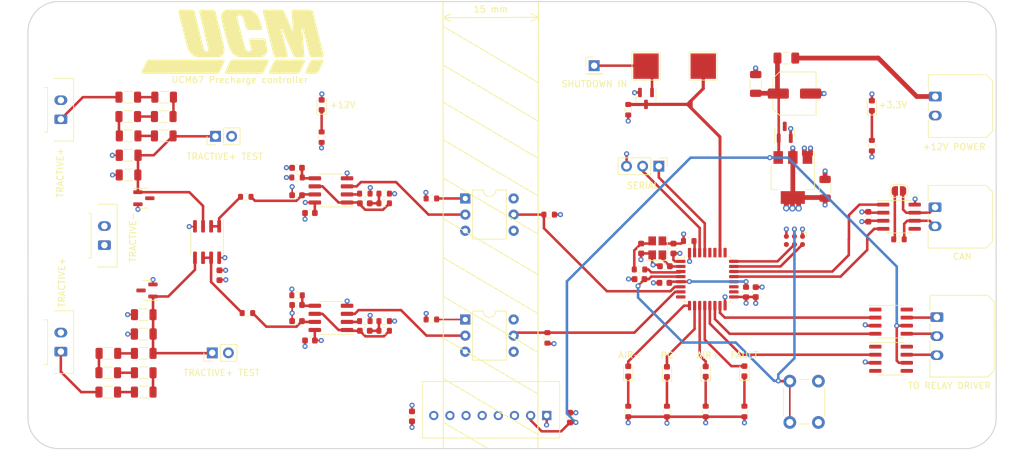
<source format=kicad_pcb>
(kicad_pcb (version 20211014) (generator pcbnew)
  (layers (0 "F.Cu" signal) (1 "In1.Cu" power) (2 "In2.Cu" power) (31 "B.Cu" signal) (34 "B.Paste" user) (35 "F.Paste" user) (36 "B.SilkS" user "B.Silkscreen") (37 "F.SilkS" user "F.Silkscreen") (38 "B.Mask" user) (39 "F.Mask" user) (44 "Edge.Cuts" user))
  (net 0 "")
  (net 1 "+12V")
  (net 2 "GND")
  (net 3 "+12VA")
  (net 4 "GNDA")
  (net 5 "Net-(C6-Pad1)")
  (net 6 "Net-(C7-Pad1)")
  (net 7 "Net-(C9-Pad1)")
  (net 8 "+3V3")
  (net 9 "Net-(C13-Pad1)")
  (net 10 "Net-(C14-Pad1)")
  (net 11 "NRST")
  (net 12 "+3.3VA")
  (net 13 "Net-(D1-Pad1)")
  (net 14 "AIR-_ON")
  (net 15 "Net-(D2-Pad1)")
  (net 16 "PC_ON")
  (net 17 "AIR+_ON")
  (net 18 "Net-(D5-Pad1)")
  (net 19 "Net-(D6-Pad1)")
  (net 20 "Fault")
  (net 21 "Net-(D7-Pad1)")
  (net 22 "Net-(D9-Pad1)")
  (net 23 "Net-(F1-Pad1)")
  (net 24 "Net-(J1-Pad1)")
  (net 27 "Net-(J3-Pad1)")
  (net 29 "SWIO")
  (net 30 "SWCLK")
  (net 31 "Net-(J9-Pad1)")
  (net 32 "EX_RX")
  (net 33 "EX_TX")
  (net 34 "CANL")
  (net 35 "CANH")
  (net 36 "Net-(JP1-Pad1)")
  (net 37 "EN_AIR-")
  (net 38 "EN_AIR+")
  (net 39 "Shutdown_State")
  (net 40 "EN_Precharge")
  (net 41 "Net-(R1-Pad2)")
  (net 42 "Net-(R2-Pad2)")
  (net 43 "Net-(R3-Pad2)")
  (net 44 "Net-(R4-Pad2)")
  (net 45 "Net-(R5-Pad2)")
  (net 46 "Net-(R6-Pad2)")
  (net 47 "Net-(R10-Pad1)")
  (net 48 "Net-(R11-Pad1)")
  (net 49 "Net-(R10-Pad2)")
  (net 50 "Net-(R11-Pad2)")
  (net 51 "Tractive_F(V)")
  (net 52 "Accumulator_F(V)")
  (net 53 "Net-(U3-Pad3)")
  (net 54 "Net-(U4-Pad3)")
  (net 59 "TXCAN")
  (net 60 "RXCAN")
  (net 69 "Net-(C2-Pad1)")
  (net 70 "Net-(C3-Pad1)")
  (net 71 "Net-(C8-Pad1)")
  (net 72 "Net-(C8-Pad2)")
  (net 73 "Net-(C9-Pad2)")
  (net 74 "Net-(C17-Pad1)")
  (net 75 "Net-(C18-Pad1)")
  (net 77 "Net-(R19-Pad1)")
  (net 78 "Net-(R20-Pad1)")
  (net 79 "Net-(R26-Pad2)")
  (net 80 "Net-(R27-Pad2)")
  (net 81 "Net-(R30-Pad1)")
  (net 82 "Net-(R31-Pad1)")
  (net 83 "Net-(R36-Pad1)")
  (net 84 "Net-(R37-Pad2)")
  (net 85 "AIR-")
  (net 86 "AIR+")
  (net 87 "Precharge")
  (footprint "Resistor_SMD:R_1206_3216Metric" (layer "F.Cu") (at 79.439 100.33)
    (fp_text reference "R4" hide)
    (fp_text value "510k")
  )
  (footprint "Resistor_SMD:R_0603_1608Metric" (layer "F.Cu") (at 155.702 55.88 -90)
    (fp_text reference "R39" hide)
    (fp_text value "10k")
  )
  (footprint "Package_SO:SOP-8_3.76x4.96mm_P1.27mm" (layer "F.Cu") (at 108.903 68.58 180)
    (fp_text reference "U3" hide)
    (fp_text value "LM331")
  )
  (footprint "Resistor_SMD:R_0603_1608Metric" (layer "F.Cu") (at 167.894 103.378 90)
    (fp_text reference "R17" hide)
    (fp_text value "1k")
  )
  (footprint "Resistor_SMD:R_0603_1608Metric" (layer "F.Cu") (at 114.237 69.088 180)
    (fp_text reference "R26" hide)
    (fp_text value "12k")
  )
  (footprint "Capacitor_SMD:C_Elec_6.3x7.7" (layer "F.Cu") (at 181.864 53.34)
    (fp_text reference "C10" hide)
    (fp_text value "100u")
  )
  (footprint "Resistor_SMD:R_1206_3216Metric" (layer "F.Cu") (at 82.58825 60)
    (fp_text reference "R13" hide)
    (fp_text value "510k")
  )
  (footprint "Resistor_SMD:R_1206_3216Metric" (layer "F.Cu") (at 79.439 94.234)
    (fp_text reference "R14" hide)
    (fp_text value "510k")
  )
  (footprint "Resistor_SMD:R_0603_1608Metric" (layer "F.Cu") (at 117.285 89.154 180)
    (fp_text reference "R25" hide)
    (fp_text value "47R")
  )
  (footprint "Resistor_SMD:R_1206_3216Metric" (layer "F.Cu") (at 77.00025 56.952 180)
    (fp_text reference "R8" hide)
    (fp_text value "510k")
  )
  (footprint "Capacitor_SMD:C_0603_1608Metric" (layer "F.Cu") (at 121.666 104.14 90)
    (fp_text reference "C4" hide)
    (fp_text value "1u")
  )
  (footprint "Resistor_SMD:R_1206_3216Metric" (layer "F.Cu") (at 77.03925 66.151 180)
    (fp_text reference "R15" hide)
    (fp_text value "39k")
  )
  (footprint "Connector_PinHeader_2.54mm:PinHeader_1x01_P2.54mm_Vertical" (layer "F.Cu") (at 150.3426 48.9458)
    (fp_text reference "J9" hide)
    (fp_text value "SHUTDOWN_IN")
  )
  (footprint "LED_SMD:LED_0603_1608Metric" (layer "F.Cu") (at 107.442 55.118 90)
    (fp_text reference "D7" hide)
    (fp_text value "GREEN")
  )
  (footprint "Package_TO_SOT_SMD:SOT-23" (layer "F.Cu") (at 79.45725 69.813)
    (fp_text reference "D3" hide)
    (fp_text value "BZX84C12")
  )
  (footprint "Button_Switch_THT:SW_PUSH_6mm" (layer "F.Cu") (at 185.638 98.604 -90)
    (fp_text reference "SW1" hide)
    (fp_text value "SW_Push")
  )
  (footprint "Connector_Molex:Molex_Micro-Fit_3.0_43650-0215_1x02_P3.00mm_Vertical" (layer "F.Cu") (at 66.387 93.956 90)
    (fp_text reference "J3" hide)
    (fp_text value "Tractive+")
  )
  (footprint "Resistor_SMD:R_0603_1608Metric" (layer "F.Cu") (at 198.318 76.281)
    (fp_text reference "R40" hide)
    (fp_text value "120R")
  )
  (footprint "Resistor_SMD:R_0603_1608Metric" (layer "F.Cu") (at 117.285 70.612)
    (fp_text reference "R22" hide)
    (fp_text value "100k")
  )
  (footprint "SPAN02:SIP-8" (layer "F.Cu") (at 142.875 104.013 180)
    (fp_text reference "U1" hide)
    (fp_text value "SPAN02")
  )
  (footprint "Connector_Molex:Molex_Micro-Fit_3.0_43650-0215_1x02_P3.00mm_Vertical" (layer "F.Cu") (at 73.245 77.192 90)
    (fp_text reference "J2" hide)
    (fp_text value "Tractive-")
  )
  (footprint "Capacitor_SMD:C_0603_1608Metric" (layer "F.Cu") (at 193.492 72.725 90)
    (fp_text reference "C20" hide)
    (fp_text value "100n")
  )
  (footprint "Connector_Molex:Molex_Micro-Fit_3.0_43650-0200_1x02_P3.00mm_Horizontal" (layer "F.Cu") (at 204 71.225 -90)
    (fp_text reference "J12" hide)
    (fp_text value "CAN")
  )
  (footprint "Capacitor_SMD:C_0603_1608Metric" (layer "F.Cu") (at 157.734 77.724 -90)
    (fp_text reference "C18" hide)
    (fp_text value "10p")
  )
  (footprint "UCM_Logos:UCM_10mm" (layer "F.Cu") (at 93.382117 45.914906)
    (fp_text reference "G***" hide)
    (fp_text value "LOGO" hide)
  )
  (footprint "Package_DIP:DIP-6_W7.62mm" (layer "F.Cu") (at 130.048 69.85)
    (fp_text reference "U6" hide)
    (fp_text value "4N35")
  )
  (footprint "Resistor_SMD:R_1206_3216Metric" (layer "F.Cu") (at 79.439 88.138 180)
    (fp_text reference "R16" hide)
    (fp_text value "39k")
  )
  (footprint "Capacitor_SMD:C_0603_1608Metric" (layer "F.Cu") (at 103.569 89.154 180)
    (fp_text reference "C7" hide)
    (fp_text value "100n")
  )
  (footprint "LED_SMD:LED_0603_1608Metric" (layer "F.Cu") (at 161.798 97.1345 90)
    (fp_text reference "D2" hide)
    (fp_text value "YELLOW")
  )
  (footprint "Inductor_SMD:L_0603_1608Metric" (layer "F.Cu") (at 174.244 84.582 90)
    (fp_text reference "FB1" hide)
    (fp_text value "Bead")
  )
  (footprint "Resistor_SMD:R_1206_3216Metric" (layer "F.Cu") (at 82.58825 56.952 180)
    (fp_text reference "R5" hide)
    (fp_text value "510k")
  )
  (footprint "Package_TO_SOT_SMD:SOT-23" (layer "F.Cu") (at 158.496 54.102 -90)
    (fp_text reference "Q3" hide)
    (fp_text value "2N7002")
  )
  (footprint "Resistor_SMD:R_1206_3216Metric" (layer "F.Cu") (at 73.875 94.234)
    (fp_text reference "R11" hide)
    (fp_text value "510k")
  )
  (footprint "Connector_Molex:Molex_Micro-Fit_3.0_43650-0200_1x02_P3.00mm_Horizontal" (layer "F.Cu") (at 204.03 53.8 -90)
    (fp_text reference "J7" hide)
    (fp_text value "Conn_01x02")
  )
  (footprint "Resistor_SMD:R_0603_1608Metric" (layer "F.Cu") (at 173.99 103.378 90)
    (fp_text reference "R18" hide)
    (fp_text value "1k")
  )
  (footprint "Capacitor_SMD:C_0603_1608Metric" (layer "F.Cu") (at 157.48 82.55 180)
    (fp_text reference "C19" hide)
    (fp_text value "100n")
  )
  (footprint "Capacitor_SMD:C_0603_1608Metric" (layer "F.Cu") (at 114.237 90.678)
    (fp_text reference "C9" hide)
    (fp_text value "1u")
  )
  (footprint "Resistor_SMD:R_0603_1608Metric" (layer "F.Cu") (at 107.442 60.198 90)
    (fp_text reference "R21" hide)
    (fp_text value "1k")
  )
  (footprint "Package_TO_SOT_SMD:SOT-223-3_TabPin2" (layer "F.Cu") (at 181.61 66.548 -90)
    (fp_text reference "U5" hide)
    (fp_text value "AMS1117-3.3")
  )
  (footprint "Resistor_SMD:R_0603_1608Metric" (layer "F.Cu") (at 103.569 85.09 180)
    (fp_text reference "R29" hide)
    (fp_text value "6.8k")
  )
  (footprint "Resistor_SMD:R_1206_3216Metric" (layer "F.Cu") (at 82.64975 53.904)
    (fp_text reference "R3" hide)
    (fp_text value "510k")
  )
  (footprint "Capacitor_SMD:C_0603_1608Metric" (layer "F.Cu") (at 161.4 83.125)
    (fp_text reference "C22" hide)
    (fp_text value "100n")
  )
  (footprint "Package_SO:SOIC-8_3.9x4.9mm_P1.27mm" (layer "F.Cu") (at 89.408 76.708 -90)
    (fp_text reference "U2" hide)
    (fp_text value "LM2904B")
  )
  (footprint "Capacitor_SMD:C_0603_1608Metric" (layer "F.Cu") (at 161.475 80.518 180)
    (fp_text reference "C17" hide)
    (fp_text value "10p")
  )
  (footprint "Connector_PinHeader_2.54mm:PinHeader_1x02_P2.54mm_Vertical" (layer "F.Cu") (at 90.73225 60.063 90)
    (fp_text reference "J5" hide)
    (fp_text value "Tractive+ TEST")
  )
  (footprint "LED_SMD:LED_0603_1608Metric" (layer "F.Cu") (at 155.702 97.0535 90)
    (fp_text reference "D1" hide)
    (fp_text value "GREEN")
  )
  (footprint "Connector_Molex:Molex_Micro-Fit_3.0_43650-0300_1x03_P3.00mm_Horizontal" (layer "F.Cu") (at 204.28 88.525 -90)
    (fp_text reference "J4" hide)
    (fp_text value "To Relay Driver")
  )
  (footprint "Package_TO_SOT_SMD:SOT-23" (layer "F.Cu") (at 180.34 59.436 90)
    (fp_text reference "D8" hide)
    (fp_text value "BZX84C12")
  )
  (footprint "Jumper:SolderJumper-2_P1.3mm_Open_RoundedPad1.0x1.5mm" (layer "F.Cu") (at 198.318 68.661)
    (fp_text reference "JP1" hide)
    (fp_text value "SolderJumper")
  )
  (footprint "Fuse:Fuse_1206_3216Metric" (layer "F.Cu") (at 180.594 47.752 180)
    (fp_text reference "F1" hide)
    (fp_text value "2A 0603")
  )
  (footprint "Capacitor_SMD:C_0603_1608Metric" (layer "F.Cu") (at 105.601 72.136 180)
    (fp_text reference "C11" hide)
    (fp_text value "100n")
  )
  (footprint "LED_SMD:LED_0603_1608Metric" (layer "F.Cu") (at 173.99 97.028 90)
    (fp_text reference "D6" hide)
    (fp_text value "RED")
  )
  (footprint "Connector:Tag-Connect_TC2030-IDC-NL_2x03_P1.27mm_Vertical" (layer "F.Cu") (at 181.864 76.454 180)
    (fp_text reference "J8" hide)
    (fp_text value "UCM_SWD")
  )
  (footprint "Capacitor_SMD:C_0603_1608Metric" (layer "F.Cu") (at 162.814 77.724 90)
    (fp_text reference "C21" hide)
    (fp_text value "100n")
  )
  (footprint "Package_TO_SOT_SMD:SOT-23" (layer "F.Cu") (at 79.947 84.328 180)
    (fp_text reference "D4" hide)
    (fp_text value "BZX84C12")
  )
  (footprint "Resistor_SMD:R_1206_3216Metric" (layer "F.Cu") (at 77.06175 60)
    (fp_text reference "R10" hide)
    (fp_text value "510k")
  )
  (footprint "Resistor_SMD:R_0603_1608Metric" (layer "F.Cu") (at 157.48 81.026 180)
    (fp_text reference "R36" hide)
    (fp_text value "22R")
  )
  (footprint "Resistor_SMD:R_0603_1608Metric" (layer "F.Cu") (at 124.714 69.85 180)
    (fp_text reference "R30" hide)
    (fp_text value "680R")
  )
  (footprint "Resistor_SMD:R_0603_1608Metric" (layer "F.Cu") (at 155.702 103.378 90)
    (fp_text reference "R7" hide)
    (fp_text value "1k")
  )
  (footprint "Capacitor_SMD:C_0603_1608Metric" (layer "F.Cu") (at 103.569 69.342 180)
    (fp_text reference "C6" hide)
    (fp_text value "100n")
  )
  (footprint "Resistor_SMD:R_1206_3216Metric" (layer "F.Cu") (at 73.851 100.33)
    (fp_text reference "R2" hide)
    (fp_text value "510k")
  )
  (footprint "Connector_PinHeader_2.54mm:PinHeader_1x03_P2.54mm_Vertical" (layer "F.Cu") (at 160.513 64.77 -90)
    (fp_text reference "J10" hide)
    (fp_text value "SERIAL")
  )
  (footprint "Resistor_SMD:R_0603_1608Metric" (layer "F.Cu") (at 165.225 76.55)
    (fp_text reference "R37" hide)
    (fp_text value "10k")
  )
  (footprint "Capacitor_SMD:C_0603_1608Metric" (layer "F.Cu") (at 91.3638 81.9297 -90)
    (fp_text reference "C5" hide)
    (fp_text value "100n")
  )
  (footprint "Capacitor_SMD:C_1206_3216Metric" (layer "F.Cu") (at 175.768 51.816 90)
    (fp_text reference "C15" hide)
    (fp_text value "22u")
  )
  (footprint "Connector_Molex:Molex_Micro-Fit_3.0_43650-0215_1x02_P3.00mm_Vertical" (layer "F.Cu") (at 66.387 57.38 90)
    (fp_text reference "J1" hide)
    (fp_text value "Tractive+")
  )
  (footprint "MountingHole:MountingHole_3.2mm_M3" (layer "F.Cu") (at 208.534 43.688)
    (fp_text reference "REF**" hide)
    (fp_text value "MountingHole_3.2mm_M3")
  )
  (footprint "Package_SO:SOIC-8_3.9x4.9mm_P1.27mm" (layer "F.Cu") (at 197.074 95.081)
    (fp_text reference "U11" hide)
    (fp_text value "TC4424")
  )
  (footprint "Resistor_SMD:R_0603_1608Metric" (layer "F.Cu") (at 142.9766 91.7956 -90)
    (fp_text reference "R34" hide)
    (fp_text value "1k")
  )
  (footprint "Resistor_SMD:R_0603_1608Metric" (layer "F.Cu") (at 117.285 90.678)
    (fp_text reference "R23" hide)
    (fp_text value "100k")
  )
  (footprint "Package_QFP:LQFP-32_7x7mm_P0.8mm" (layer "F.Cu") (at 168.148 82.55)
    (fp_text reference "U9" hide)
    (fp_text value "STM32F042K6Tx")
  )
  (footprint "Package_SO:SOIC-8_3.9x4.9mm_P1.27mm" (layer "F.Cu") (at 198.318 72.725)
    (fp_text reference "U8" hide)
    (fp_text value "SN65HVD230")
  )
  (footprint "Resistor_SMD:R_0603_1608Metric" (layer "F.Cu") (at 194.056 61.531 90)
    (fp_text reference "R32" hide)
    (fp_text value "1k")
  )
  (footprint "Resistor_SMD:R_0603_1608Metric" (layer "F.Cu") (at 114.237 89.154 180)
    (fp_text reference "R27" hide)
    (fp_text value "12k")
  )
  (footprint "Resistor_SMD:R_1206_3216Metric" (layer "F.Cu") (at 73.851 97.282 180)
    (fp_text reference "R9" hide)
    (fp_text value "510k")
  )
  (footprint "TestPoint:TestPoint_Pad_4.0x4.0mm" (layer "F.Cu") (at 167.513 49.022)
    (fp_text reference "TP2" hide)
    (fp_text value "Shutdown_State")
  )
  (footprint "Resistor_SMD:R_0603_1608Metric" (layer "F.Cu") (at 103.569 66.548 180)
    (fp_text reference "R28" hide)
    (fp_text value "6.8k")
  )
  (footprint "Connector_PinHeader_2.54mm:PinHeader_1x02_P2.54mm_Vertical" (layer "F.Cu") (at 90.225 94.15 90)
    (fp_text reference "J6" hide)
    (fp_text value "Tractive+ TEST")
  )
  (footprint "Crystal:Crystal_SMD_SeikoEpson_FA238-4Pin_3.2x2.5mm" (layer "F.Cu") (at 160.274 77.625 90)
    (fp_text reference "Y1" hide)
    (fp_text value "16MHz")
  )
  (footprint "Resistor_SMD:R_1206_3216Metric" (layer "F.Cu") (at 77.00025 53.904)
    (fp_text reference "R1" hide)
    (fp_text value "510k")
  )
  (footprint "LED_SMD:LED_0603_1608Metric" (layer "F.Cu") (at 167.894 97.091 90)
    (fp_text reference "D5" hide)
    (fp_text value "GREEN")
  )
  (footprint "Capacitor_SMD:C_0603_1608Metric" (layer "F.Cu") (at 114.237 70.612)
    (fp_text reference "C8" hide)
    (fp_text value "1u")
  )
  (footprint "Resistor_SMD:R_0603_1608Metric" (layer "F.Cu") (at 161.798 103.378 90)
    (fp_text reference "R12" hide)
    (fp_text value "1k")
  )
  (footprint "Resistor_SMD:R_0603_1608Metric" (layer "F.Cu") (at 124.714 88.9 180)
    (fp_text reference "R31" hide)
    (fp_text value "680R")
  )
  (footprint "Capacitor_SMD:C_0603_1608Metric" (layer "F.Cu") (at 146.5326 104.3432 90)
    (fp_text reference "C1" hide)
    (fp_text value "1u")
  )
  (footprint "Resistor_SMD:R_0603_1608Metric" (layer "F.Cu") (at 117.285 69.088 180)
    (fp_text reference "R24" hide)
    (fp_text value "47R")
  )
  (footprint "Capacitor_SMD:C_0603_1608Metric" (layer "F.Cu") (at 175.768 84.582 90)
    (fp_text reference "C23" hide)
    (fp_text value "100n")
  )
  (footprint "Capacitor_SMD:C_1206_3216Metric" (layer "F.Cu") (at 186.69 68.326 90)
    (fp_text reference "C16" hide)
    (fp_text value "1u")
  )
  (footprint "MountingHole:MountingHole_3.2mm_M3" (layer "F.Cu") (at 66.294 104.14)
    (fp_text reference "REF**" hide)
    (fp_text value "MountingHole_3.2mm_M3")
  )
  (footprint "TestPoint:TestPoint_Pad_4.0x4.0mm" (layer "F.Cu") (at 158.496 49.022)
    (fp_text reference "TP1" hide)
    (fp_text value "Shutdown_IN")
  )
  (footprint "Capacitor_SMD:C_0603_1608Metric" (layer "F.Cu") (at 103.569 86.614 180)
    (fp_text reference "C14" hide)
    (fp_text value "10n")
  )
  (footprint "Capacitor_SMD:C_1206_3216Metric" (layer "F.Cu") (at 79.439 91.186 180)
    (fp_text reference "C3" hide)
    (fp_text value "100n")
  )
  (footprint "Resistor_SMD:R_1206_3216Metric" (layer "F.Cu") (at 79.439 97.282 180)
    (fp_text reference "R6" hide)
    (fp_text value "510k")
  )
  (footprint "Package_SO:SOP-8_3.76x4.96mm_P1.27mm" (layer "F.Cu") (at 108.903 88.646 180)
    (fp_text reference "U4" hide)
    (fp_text value "LM331")
  )
  (footprint "Package_SO:SOIC-8_3.9x4.9mm_P1.27mm" (layer "F.Cu") (at 197.074 89.239)
    (fp_text reference "U10" hide)
    (fp_text value "TC4424")
  )
  (footprint "Capacitor_SMD:C_1206_3216Metric" (layer "F.Cu") (at 77.06175 63.048 180)
    (fp_text reference "C2" hide)
    (fp_text value "100n")
  )
  (footprint "Package_DIP:DIP-6_W7.62mm" (layer "F.Cu") (at 130.048 88.9)
    (fp_text reference "U7" hide)
    (fp_text value "4N35")
  )
  (footprint "Resistor_SMD:R_0603_1608Metric" (layer "F.Cu") (at 95.758 87.884)
    (fp_text reference "R20" hide)
    (fp_text value "100k")
  )
  (footprint "Resistor_SMD:R_0603_1608Metric" (layer "F.Cu") (at 95.5025 69.596)
    (fp_text reference "R19" hide)
    (fp_text value "100k")
  )
  (footprint "Resistor_SMD:R_0603_1608Metric" (layer "F.Cu") (at 143.256 72.39)
    (fp_text reference "R33" hide)
    (fp_text value "1k")
  )
  (footprint "LED_SMD:LED_0603_1608Metric" (layer "F.Cu") (at 194.056 55.244 90)
    (fp_text reference "D9" hide)
    (fp_text value "GREEN")
  )
  (footprint "Capacitor_SMD:C_0603_1608Metric" (layer "F.Cu") (at 105.601 92.202 180)
    (fp_text reference "C12" hide)
    (fp_text value "100n")
  )
  (footprint "MountingHole:MountingHole_3.2mm_M3" (layer "F.Cu") (at 208.534 104.14)
    (fp_text reference "REF**" hide)
    (fp_text value "MountingHole_3.2mm_M3")
  )
  (footprint "MountingHole:MountingHole_3.2mm_M3" (layer "F.Cu") (at 66.294 43.942)
    (fp_text reference "REF**" hide)
    (fp_text value "MountingHole_3.2mm_M3")
  )
  (footprint "Capacitor_SMD:C_0603_1608Metric" (layer "F.Cu") (at 103.569 65.024 180)
    (fp_text reference "C13" hide)
    (fp_text value "10n")
  )
  (gr_line (start 126.6 105.0805) (end 133.604 109.22) (layer "F.SilkS") (width 0.15))
  (gr_line (start 126.673 91.8725) (end 141.551 100.6595) (layer "F.SilkS") (width 0.15))
  (gr_line (start 126.6 48.871) (end 141.478 57.658) (layer "F.SilkS") (width 0.15))
  (gr_line (start 126.6 109.22) (end 126.55 38.862) (layer "F.SilkS") (width 0.15))
  (gr_line (start 126.6 79.1725) (end 141.478 87.9595) (layer "F.SilkS") (width 0.15))
  (gr_line (start 126.6 98.2225) (end 141.478 107.0095) (layer "F.SilkS") (width 0.15))
  (gr_line (start 126.6 54.713) (end 141.478 63.5) (layer "F.SilkS") (width 0.15))
  (gr_line (start 126.6 85.2685) (end 141.478 94.0555) (layer "F.SilkS") (width 0.15))
  (gr_line (start 141.478 109.22) (end 141.55 38.862) (layer "F.SilkS") (width 0.15))
  (gr_line (start 126.6 60.6305) (end 141.478 69.4175) (layer "F.SilkS") (width 0.15))
  (gr_line (start 126.6 66.651) (end 141.478 75.438) (layer "F.SilkS") (width 0.15))
  (gr_line (start 126.673 73.0765) (end 141.551 81.8635) (layer "F.SilkS") (width 0.15))
  (gr_line (start 126.6 42.775) (end 141.478 51.562) (layer "F.SilkS") (width 0.15))
  (gr_arc (start 213.62 104.42) (mid 212.286538 107.727292) (end 209.048 109.22) (layer "Edge.Cuts") (width 0.15))
  (gr_line (start 61.208 43.686) (end 61.214 104.648) (layer "Edge.Cuts") (width 0.15))
  (gr_arc (start 208.784 38.86) (mid 212.107867 40.18453) (end 213.61 43.432) (layer "Edge.Cuts") (width 0.15))
  (gr_arc (start 61.208 43.686) (mid 62.53253 40.362133) (end 65.78 38.86) (layer "Edge.Cuts") (width 0.15))
  (gr_line (start 213.62 104.42) (end 213.61 43.432) (layer "Edge.Cuts") (width 0.15))
  (gr_line (start 208.784 38.86) (end 65.78 38.86) (layer "Edge.Cuts") (width 0.15))
  (gr_line (start 66.04 109.22) (end 209.048 109.22) (layer "Edge.Cuts") (width 0.15))
  (gr_arc (start 66.04 109.22) (mid 62.716132 107.895471) (end 61.214 104.648) (layer "Edge.Cuts") (width 0.15))
  (gr_text "UCM67 Precharge controller" (at 94.55 51.175) (layer "F.SilkS") (effects (font (size 1 1))))
  (gr_text "TRACTIVE+" (at 66.548 83.058 90) (layer "F.SilkS") (effects (font (size 1 1))))
  (gr_text "SHUTDOWN IN" (at 150.368 51.816) (layer "F.SilkS") (effects (font (size 1 1))))
  (gr_text "AIR-\n" (at 155.956 94.488) (layer "F.SilkS") (effects (font (size 1 1))))
  (gr_text "AIR+ " (at 168.656 94.525) (layer "F.SilkS") (effects (font (size 1 1))))
  (gr_text "SERIAL" (at 157.988 67.818) (layer "F.SilkS") (effects (font (size 1 1))))
  (gr_text "+12V\n" (at 110.744 55.118) (layer "F.SilkS") (effects (font (size 1 1))))
  (gr_text "PC" (at 161.798 94.55) (layer "F.SilkS") (effects (font (size 1 1))))
  (gr_text "TO RELAY DRIVER" (at 206.248 99.314) (layer "F.SilkS") (effects (font (size 1 1))))
  (gr_text "TRACTIVE+\n" (at 66.294 65.786 90) (layer "F.SilkS") (effects (font (size 1 1))))
  (gr_text "CAN" (at 208.28 78.994) (layer "F.SilkS") (effects (font (size 1 1))))
  (gr_text "TRACTIVE+ TEST" (at 92.202 63.246) (layer "F.SilkS") (effects (font (size 1 1))))
  (gr_text "+12V POWER" (at 207.01 61.722) (layer "F.SilkS") (effects (font (size 1 1))))
  (gr_text "TRACTIVE-\n" (at 77.724 75.946 90) (layer "F.SilkS") (effects (font (size 1 1))))
  (gr_text "+3.3V" (at 197.358 55.118) (layer "F.SilkS") (effects (font (size 1 1))))
  (gr_text "TRACTIVE+ TEST" (at 91.694 97.282) (layer "F.SilkS") (effects (font (size 1 1))))
  (gr_text "FAULT" (at 173.99 94.488) (layer "F.SilkS") (effects (font (size 1 1))))
  (dimension (type aligned) (layer "F.SilkS") (pts (xy 126.55 40.202) (xy 141.55 40.132)) (height 1.2) (gr_text "15 mm" (at 134.05 40.055 0.2673783634) (layer "F.SilkS") (effects (font (size 1 1) (thickness 0.15)))) (format (units 3) (units_format 1) (precision 0)) (style (thickness 0.15) (arrow_length 1.27) (text_position_mode 2) (extension_height 0.58642) (extension_offset 0.5) keep_text_aligned))
  (segment (start 140.335 104.76) (end 140.335 104.013) (width 0.4) (layer "F.Cu") (net 1))
  (segment (start 175.866 53.291) (end 179.2775 53.291) (width 0.75) (layer "F.Cu") (net 1))
  (segment (start 145.1508 106.5) (end 142.075 106.5) (width 0.4) (layer "F.Cu") (net 1))
  (segment (start 179.395 63.3245) (end 179.395 60.3785) (width 0.45) (layer "F.Cu") (net 1))
  (segment (start 146.5326 105.1182) (end 145.1508 106.5) (width 0.4) (layer "F.Cu") (net 1))
  (segment (start 179.2775 53.291) (end 179.3265 53.34) (width 0.75) (layer "F.Cu") (net 1))
  (segment (start 179.283 63.425) (end 179.31 63.398) (width 0.4) (layer "F.Cu") (net 1))
  (segment (start 178 63.425) (end 179.283 63.425) (width 0.4) (layer "F.Cu") (net 1))
  (segment (start 198.316 95.716) (end 199.549 95.716) (width 0.4) (layer "F.Cu") (net 1))
  (segment (start 179.3265 53.34) (end 179.39 53.4035) (width 0.4) (layer "F.Cu") (net 1))
  (segment (start 142.075 106.5) (end 140.335 104.76) (width 0.4) (layer "F.Cu") (net 1))
  (segment (start 197.978 89.874) (end 197.97 89.882) (width 0.4) (layer "F.Cu") (net 1))
  (segment (start 179.194 53.2075) (end 179.3265 53.34) (width 0.75) (layer "F.Cu") (net 1))
  (segment (start 199.549 89.874) (end 197.978 89.874) (width 0.4) (layer "F.Cu") (net 1))
  (segment (start 179.395 60.3785) (end 179.39 60.3735) (width 0.4) (layer "F.Cu") (net 1))
  (segment (start 179.39 53.4035) (end 179.39 60.3735) (width 0.4) (layer "F.Cu") (net 1))
  (segment (start 197.97 95.37) (end 198.316 95.716) (width 0.4) (layer "F.Cu") (net 1))
  (segment (start 179.194 47.752) (end 179.194 53.2075) (width 0.75) (layer "F.Cu") (net 1))
  (segment (start 147.4318 105.1182) (end 146.5326 105.1182) (width 0.4) (layer "F.Cu") (net 1))
  (segment (start 197.97 89.882) (end 197.97 95.37) (width 0.4) (layer "F.Cu") (net 1))
  (segment (start 147.45 105.1) (end 147.4318 105.1182) (width 0.4) (layer "F.Cu") (net 1))
  (segment (start 175.817 53.34) (end 175.866 53.291) (width 0.75) (layer "F.Cu") (net 1))
  (via (at 178 63.425) (size 0.8) (drill 0.4) (layers "F.Cu" "B.Cu") (net 1))
  (via (at 147.45 105.1) (size 0.8) (drill 0.4) (layers "F.Cu" "B.Cu") (net 1))
  (via (at 197.97 89.882) (size 0.8) (drill 0.4) (layers "F.Cu" "B.Cu") (net 1))
  (segment (start 147.45 105.1) (end 146.05 103.7) (width 0.4) (layer "B.Cu") (net 1))
  (segment (start 197.97 80.57) (end 197.97 89.882) (width 0.4) (layer "B.Cu") (net 1))
  (segment (start 146.05 82.9) (end 165.525 63.425) (width 0.4) (layer "B.Cu") (net 1))
  (segment (start 165.525 63.425) (end 178 63.425) (width 0.4) (layer "B.Cu") (net 1))
  (segment (start 146.05 103.7) (end 146.05 82.9) (width 0.4) (layer "B.Cu") (net 1))
  (segment (start 180.825 63.425) (end 197.97 80.57) (width 0.4) (layer "B.Cu") (net 1))
  (segment (start 178 63.425) (end 180.825 63.425) (width 0.4) (layer "B.Cu") (net 1))
  (segment (start 159.149 78.499) (end 159.474 78.824) (width 0.4) (layer "F.Cu") (net 2))
  (segment (start 186.525 53.34) (end 184.4015 53.34) (width 0.75) (layer "F.Cu") (net 2))
  (segment (start 167.894 105.156) (end 167.894 104.203) (width 0.4) (layer "F.Cu") (net 2))
  (segment (start 164.001 76.949) (end 162.814 76.949) (width 0.4) (layer "F.Cu") (net 2))
  (segment (start 173.99 105.156) (end 173.99 104.203) (width 0.4) (layer "F.Cu") (net 2))
  (segment (start 157.7 79.475) (end 157.734 79.441) (width 0.4) (layer "F.Cu") (net 2))
  (segment (start 155.702 105.156) (end 155.702 104.203) (width 0.4) (layer "F.Cu") (net 2))
  (segment (start 165.354 79.756) (end 165.354 78.381) (width 0.4) (layer "F.Cu") (net 2))
  (segment (start 161.074 76.525) (end 161.498 76.949) (width 0.4) (layer "F.Cu") (net 2))
  (segment (start 157.734 79.441) (end 157.734 78.499) (width 0.4) (layer "F.Cu") (net 2))
  (segment (start 159.675 83.125) (end 160.625 83.125) (width 0.4) (layer "F.Cu") (net 2))
  (segment (start 164.425 76.525) (end 164.001 76.949) (width 0.4) (layer "F.Cu") (net 2))
  (segment (start 155.45 64.753) (end 155.433 64.77) (width 0.4) (layer "F.Cu") (net 2))
  (segment (start 183.425 62.913) (end 183.91 63.398) (width 0.75) (layer "F.Cu") (net 2))
  (segment (start 193.137 95.716) (end 193.01 95.589) (width 0.4) (layer "F.Cu") (net 2))
  (segment (start 147.45 103.575) (end 147.4432 103.5682) (width 0.4) (layer "F.Cu") (net 2))
  (segment (start 193.632 72.09) (end 193.492 71.95) (width 0.4) (layer "F.Cu") (net 2))
  (segment (start 147.4432 103.5682) (end 146.5326 103.5682) (width 0.4) (layer "F.Cu") (net 2))
  (segment (start 186.69 65.532) (end 186.69 66.851) (width 0.75) (layer "F.Cu") (net 2))
  (segment (start 176.775 83.8) (end 176.768 83.807) (width 0.4) (layer "F.Cu") (net 2))
  (segment (start 157.734 78.499) (end 159.149 78.499) (width 0.4) (layer "F.Cu") (net 2))
  (segment (start 175.75 49.325) (end 175.768 49.343) (width 0.75) (layer "F.Cu") (net 2))
  (segment (start 155.702 104.203) (end 173.99 104.203) (width 0.4) (layer "F.Cu") (net 2))
  (segment (start 165.354 78.381) (end 165.348 78.375) (width 0.4) (layer "F.Cu") (net 2))
  (segment (start 155.75 82.525) (end 155.775 82.55) (width 0.4) (layer "F.Cu") (net 2))
  (segment (start 194.056 63.309) (end 194.056 62.356) (width 0.4) (layer "F.Cu") (net 2))
  (segment (start 160.551 80.3) (end 160.769 80.518) (width 0.4) (layer "F.Cu") (net 2))
  (segment (start 159.474 78.824) (end 159.474 80.174) (width 0.4) (layer "F.Cu") (net 2))
  (segment (start 200.858 69.931) (end 200.858 70.755) (width 0.4) (layer "F.Cu") (net 2))
  (segment (start 176.768 83.807) (end 175.768 83.807) (width 0.4) (layer "F.Cu") (net 2))
  (segment (start 170.942 86.719) (end 170.948 86.725) (width 0.4) (layer "F.Cu") (net 2))
  (segment (start 180.594 75.819) (end 180.594 74.676) (width 0.4) (layer "F.Cu") (net 2))
  (segment (start 161.498 76.949) (end 162.814 76.949) (width 0.4) (layer "F.Cu") (net 2))
  (segment (start 155.45 62.825) (end 155.45 64.753) (width 0.4) (layer "F.Cu") (net 2))
  (segment (start 175.768 49.343) (end 175.768 50.341) (width 0.75) (layer "F.Cu") (net 2))
  (segment (start 181.275 58.85) (end 181.275 60.3585) (width 0.45) (layer "F.Cu") (net 2))
  (segment (start 193.479 71.963) (end 193.492 71.95) (width 0.4) (layer "F.Cu") (net 2))
  (segment (start 192.476 71.963) (end 193.479 71.963) (width 0.4) (layer "F.Cu") (net 2))
  (segment (start 164.425 75.45) (end 164.425 76.525) (width 0.4) (layer "F.Cu") (net 2))
  (segment (start 195.843 72.09) (end 193.632 72.09) (width 0.4) (layer "F.Cu") (net 2))
  (segment (start 170.942 85.344) (end 170.942 86.719) (width 0.4) (layer "F.Cu") (net 2))
  (segment (start 184.4 61.925) (end 184.4 62.908) (width 0.75) (layer "F.Cu") (net 2))
  (segment (start 194.599 95.716) (end 193.137 95.716) (width 0.4) (layer "F.Cu") (net 2))
  (segment (start 156.7 53.2) (end 156.7355 53.1645) (width 0.4) (layer "F.Cu") (net 2))
  (segment (start 155.775 82.55) (end 156.705 82.55) (width 0.4) (layer "F.Cu") (net 2))
  (segment (start 183.425 61.925) (end 183.425 62.913) (width 0.75) (layer "F.Cu") (net 2))
  (segment (start 159.474 80.174) (end 159.6 80.3) (width 0.4) (layer "F.Cu") (net 2))
  (segment (start 156.7355 53.1645) (end 157.546 53.1645) (width 0.4) (layer "F.Cu") (net 2))
  (segment (start 184.4 62.908) (end 183.91 63.398) (width 0.75) (layer "F.Cu") (net 2))
  (segment (start 142.85 105.5) (end 142.875 105.475) (width 0.4) (layer "F.Cu") (net 2))
  (segment (start 200.858 70.755) (end 200.793 70.82) (width 0.4) (layer "F.Cu") (net 2))
  (segment (start 161.798 105.219) (end 161.798 104.203) (width 0.4) (layer "F.Cu") (net 2))
  (segment (start 159.6 80.3) (end 160.551 80.3) (width 0.4) (layer "F.Cu") (net 2))
  (segment (start 193.137 89.874) (end 194.599 89.874) (width 0.4) (layer "F.Cu") (net 2))
  (segment (start 193.01 89.747) (end 193.137 89.874) (width 0.4) (layer "F.Cu") (net 2))
  (segment (start 142.875 105.475) (end 142.875 104.013) (width 0.4) (layer "F.Cu") (net 2))
  (via (at 192.476 71.963) (size 0.8) (drill 0.4) (layers "F.Cu" "B.Cu") (net 2))
  (via (at 175.75 49.325) (size 0.8) (drill 0.4) (layers "F.Cu" "B.Cu") (net 2))
  (via (at 173.99 105.156) (size 0.8) (drill 0.4) (layers "F.Cu" "B.Cu") (net 2))
  (via (at 184.4 61.925) (size 0.8) (drill 0.4) (layers "F.Cu" "B.Cu") (net 2))
  (via (at 164.425 75.45) (size 0.8) (drill 0.4) (layers "F.Cu" "B.Cu") (net 2))
  (via (at 159.6 80.3) (size 0.8) (drill 0.4) (layers "F.Cu" "B.Cu") (net 2))
  (via (at 186.69 65.532) (size 0.8) (drill 0.4) (layers "F.Cu" "B.Cu") (net 2))
  (via (at 156.7 53.2) (size 0.8) (drill 0.4) (layers "F.Cu" "B.Cu") (net 2))
  (via (at 165.354 79.756) (size 0.8) (drill 0.4) (layers "F.Cu" "B.Cu") (net 2))
  (via (at 155.75 82.525) (size 0.8) (drill 0.4) (layers "F.Cu" "B.Cu") (net 2))
  (via (at 167.894 105.156) (size 0.8) (drill 0.4) (layers "F.Cu" "B.Cu") (net 2))
  (via (at 170.942 85.344) (size 0.8) (drill 0.4) (layers "F.Cu" "B.Cu") (net 2))
  (via (at 186.525 53.34) (size 0.8) (drill 0.4) (layers "F.Cu" "B.Cu") (net 2))
  (via (at 193.01 89.747) (size 0.8) (drill 0.4) (layers "F.Cu" "B.Cu") (net 2))
  (via (at 180.594 74.676) (size 0.8) (drill 0.4) (layers "F.Cu" "B.Cu") (net 2))
  (via (at 176.775 83.8) (size 0.8) (drill 0.4) (layers "F.Cu" "B.Cu") (net 2))
  (via (at 159.675 83.125) (size 0.8) (drill 0.4) (layers "F.Cu" "B.Cu") (net 2))
  (via (at 147.45 103.575) (size 0.8) (drill 0.4) (layers "F.Cu" "B.Cu") (net 2))
  (via (at 155.702 105.156) (size 0.8) (drill 0.4) (layers "F.Cu" "B.Cu") (net 2))
  (via (at 157.7 79.475) (size 0.8) (drill 0.4) (layers "F.Cu" "B.Cu") (net 2))
  (via (at 183.425 61.925) (size 0.8) (drill 0.4) (layers "F.Cu" "B.Cu") (net 2))
  (via (at 194.056 63.309) (size 0.8) (drill 0.4) (layers "F.Cu" "B.Cu") (net 2))
  (via (at 155.45 62.825) (size 0.8) (drill 0.4) (layers "F.Cu" "B.Cu") (net 2))
  (via (at 181.275 58.85) (size 0.8) (drill 0.4) (layers "F.Cu" "B.Cu") (net 2))
  (via (at 142.85 105.5) (size 0.8) (drill 0.4) (layers "F.Cu" "B.Cu") (net 2))
  (via (at 161.798 105.219) (size 0.8) (drill 0.4) (layers "F.Cu" "B.Cu") (net 2))
  (via (at 193.01 95.589) (size 0.8) (drill 0.4) (layers "F.Cu" "B.Cu") (net 2))
  (via (at 200.858 69.931) (size 0.8) (drill 0.4) (layers "F.Cu" "B.Cu") (net 2))
  (segment (start 107.375 92.2) (end 106.378 92.2) (width 0.25) (layer "F.Cu") (net 3))
  (segment (start 121.666 105.866) (end 121.666 104.915) (width 0.4) (layer "F.Cu") (net 3))
  (segment (start 107.442 53.433) (end 107.475 53.4) (width 0.25) (layer "F.Cu") (net 3))
  (segment (start 106.3655 90.551) (end 106.3655 92.1915) (width 0.4) (layer "F.Cu") (net 3))
  (segment (start 102.742 66.55) (end 102.744 66.548) (width 0.25) (layer "F.Cu") (net 3))
  (segment (start 123.9 87.95) (end 123.9 88.889) (width 0.25) (layer "F.Cu") (net 3))
  (segment (start 106.378 92.2) (end 106.376 92.202) (width 0.25) (layer "F.Cu") (net 3))
  (segment (start 101.9 66.55) (end 102.742 66.55) (width 0.25) (layer "F.Cu") (net 3))
  (segment (start 107.442 54.3305) (end 107.442 53.433) (width 0.25) (layer "F.Cu") (net 3))
  (segment (start 106.3655 70.485) (end 106.3655 72.1255) (width 0.4) (layer "F.Cu") (net 3))
  (segment (start 121.675 105.875) (end 121.666 105.866) (width 0.4) (layer "F.Cu") (net 3))
  (segment (start 92.325 81.15) (end 92.3203 81.1547) (width 0.25) (layer "F.Cu") (net 3))
  (segment (start 123.9 88.889) (end 123.889 88.9) (width 0.25) (layer "F.Cu") (net 3))
  (segment (start 106.3655 92.1915) (end 106.376 92.202) (width 0.4) (layer "F.Cu") (net 3))
  (segment (start 92.3203 81.1547) (end 91.3638 81.1547) (width 0.25) (layer "F.Cu") (net 3))
  (segment (start 91.321 79.175) (end 91.313 79.183) (width 0.25) (layer "F.Cu") (net 3))
  (segment (start 106.3555 70.475) (end 106.3655 70.485) (width 0.25) (layer "F.Cu") (net 3))
  (segment (start 106.3655 72.1255) (end 106.376 72.136) (width 0.4) (layer "F.Cu") (net 3))
  (segment (start 123.85 68.9) (end 123.85 69.811) (width 0.25) (layer "F.Cu") (net 3))
  (segment (start 102.75 84.125) (end 102.75 85.084) (width 0.25) (layer "F.Cu") (net 3))
  (segment (start 104.875 70.475) (end 106.3555 70.475) (width 0.25) (layer "F.Cu") (net 3))
  (segment (start 92.2 79.175) (end 91.321 79.175) (width 0.25) (layer "F.Cu") (net 3))
  (segment (start 123.85 69.811) (end 123.889 69.85) (width 0.25) (layer "F.Cu") (net 3))
  (segment (start 102.75 85.084) (end 102.744 85.09) (width 0.25) (layer "F.Cu") (net 3))
  (via (at 107.375 92.2) (size 0.8) (drill 0.4) (layers "F.Cu" "B.Cu") (net 3))
  (via (at 104.875 70.475) (size 0.8) (drill 0.4) (layers "F.Cu" "B.Cu") (net 3))
  (via (at 121.675 105.875) (size 0.8) (drill 0.4) (layers "F.Cu" "B.Cu") (net 3))
  (via (at 101.9 66.55) (size 0.8) (drill 0.4) (layers "F.Cu" "B.Cu") (net 3))
  (via (at 92.325 81.15) (size 0.8) (drill 0.4) (layers "F.Cu" "B.Cu") (net 3))
  (via (at 102.75 84.125) (size 0.8) (drill 0.4) (layers "F.Cu" "B.Cu") (net 3))
  (via (at 107.475 53.4) (size 0.8) (drill 0.4) (layers "F.Cu" "B.Cu") (net 3))
  (via (at 92.2 79.175) (size 0.8) (drill 0.4) (layers "F.Cu" "B.Cu") (net 3))
  (via (at 123.9 87.95) (size 0.8) (drill 0.4) (layers "F.Cu" "B.Cu") (net 3))
  (via (at 123.85 68.9) (size 0.8) (drill 0.4) (layers "F.Cu" "B.Cu") (net 3))
  (segment (start 118.122 69.1) (end 118.11 69.088) (width 0.25) (layer "F.Cu") (net 4))
  (segment (start 111.45 86) (end 111.45 86.7315) (width 0.25) (layer "F.Cu") (net 4))
  (segment (start 121.666 102.409) (end 121.675 102.4) (width 0.25) (layer "F.Cu") (net 4))
  (segment (start 80.9 82.625) (end 80.9 83.3625) (width 0.25) (layer "F.Cu") (net 4))
  (segment (start 118.925 89.15) (end 118.114 89.15) (width 0.25) (layer "F.Cu") (net 4))
  (segment (start 80.9 83.3625) (end 80.8845 83.378) (width 0.25) (layer "F.Cu") (net 4))
  (segment (start 87.461 74.275) (end 87.503 74.233) (width 0.25) (layer "F.Cu") (net 4))
  (segment (start 107.425 61.875) (end 107.425 61.04) (width 0.25) (layer "F.Cu") (net 4))
  (segment (start 102.794 86.614) (end 102.794 87.894) (width 0.25) (layer "F.Cu") (net 4))
  (segment (start 111.45 86.7315) (end 111.4405 86.741) (width 0.25) (layer "F.Cu") (net 4))
  (segment (start 92.35 82.65) (end 91.4185 82.65) (width 0.25) (layer "F.Cu") (net 4))
  (segment (start 107.425 61.04) (end 107.442 61.023) (width 0.25) (layer "F.Cu") (net 4))
  (segment (start 102.794 89.154) (end 102.794 87.906) (width 0.25) (layer "F.Cu") (net 4))
  (segment (start 78.525 71.55) (end 78.525 70.76825) (width 0.25) (layer "F.Cu") (net 4))
  (segment (start 115.075 88.25) (end 115.075 89.141) (width 0.25) (layer "F.Cu") (net 4))
  (segment (start 102.794 87.894) (end 102.8 87.9) (width 0.25) (layer "F.Cu") (net 4))
  (segment (start 76.939 91.186) (end 77.964 91.186) (width 0.25) (layer "F.Cu") (net 4))
  (segment (start 74.526 66.151) (end 74.525 66.15) (width 0.25) (layer "F.Cu") (net 4))
  (segment (start 91.4185 82.65) (end 91.3638 82.7047) (width 0.25) (layer "F.Cu") (net 4))
  (segment (start 115.1 68.15) (end 115.1 69.05) (width 0.25) (layer "F.Cu") (net 4))
  (segment (start 75.58475 63.05) (end 75.58675 63.048) (width 0.25) (layer "F.Cu") (net 4))
  (segment (start 77.9635 88.125) (end 77.9765 88.138) (width 0.25) (layer "F.Cu") (net 4))
  (segment (start 111.45 65.85) (end 111.4405 65.8595) (width 0.25) (layer "F.Cu") (net 4))
  (segment (start 118.925 69.1) (end 118.122 69.1) (width 0.25) (layer "F.Cu") (net 4))
  (segment (start 111.4405 65.8595) (end 111.4405 66.675) (width 0.25) (layer "F.Cu") (net 4))
  (segment (start 76.9 88.125) (end 77.9635 88.125) (width 0.25) (layer "F.Cu") (net 4))
  (segment (start 121.666 103.365) (end 121.666 102.409) (width 0.25) (layer "F.Cu") (net 4))
  (segment (start 102.8 68) (end 102.8 69.336) (width 0.25) (layer "F.Cu") (net 4))
  (segment (start 74.5 63.05) (end 75.58475 63.05) (width 0.25) (layer "F.Cu") (net 4))
  (segment (start 101.9 65) (end 102.77 65) (width 0.25) (layer "F.Cu") (net 4))
  (segment (start 102.77 65) (end 102.794 65.024) (width 0.25) (layer "F.Cu") (net 4))
  (segment (start 118.114 89.15) (end 118.11 89.154) (width 0.25) (layer "F.Cu") (net 4))
  (segment (start 115.075 89.141) (end 115.062 89.154) (width 0.25) (layer "F.Cu") (net 4))
  (segment (start 104.825 92.203) (end 104.826 92.202) (width 0.25) (layer "F.Cu") (net 4))
  (segment (start 86.6 74.275) (end 87.461 74.275) (width 0.25) (layer "F.Cu") (net 4))
  (segment (start 76.925 91.2) (end 76.939 91.186) (width 0.25) (layer "F.Cu") (net 4))
  (segment (start 78.525 70.76825) (end 78.51975 70.763) (width 0.25) (layer "F.Cu") (net 4))
  (segment (start 75.57675 66.151) (end 74.526 66.151) (width 0.25) (layer "F.Cu") (net 4))
  (segment (start 115.1 69.05) (end 115.062 69.088) (width 0.25) (layer "F.Cu") (net 4))
  (segment (start 104.825 93.125) (end 104.825 92.203) (width 0.25) (layer "F.Cu") (net 4))
  (segment (start 102.8 69.336) (end 102.794 69.342) (width 0.25) (layer "F.Cu") (net 4))
  (segment (start 104.825 72.137) (end 104.826 72.136) (width 0.25) (layer "F.Cu") (net 4))
  (segment (start 102.794 87.906) (end 102.8 87.9) (width 0.25) (layer "F.Cu") (net 4))
  (segment (start 104.825 73.1) (end 104.825 72.137) (width 0.25) (layer "F.Cu") (net 4))
  (via (at 92.35 82.65) (size 0.8) (drill 0.4) (layers "F.Cu" "B.Cu") (net 4))
  (via (at 74.5 63.05) (size 0.8) (drill 0.4) (layers "F.Cu" "B.Cu") (net 4))
  (via (at 118.925 69.1) (size 0.8) (drill 0.4) (layers "F.Cu" "B.Cu") (net 4))
  (via (at 102.8 68) (size 0.8) (drill 0.4) (layers "F.Cu" "B.Cu") (net 4))
  (via (at 111.45 86) (size 0.8) (drill 0.4) (layers "F.Cu" "B.Cu") (net 4))
  (via (at 107.425 61.875) (size 0.8) (drill 0.4) (layers "F.Cu" "B.Cu") (net 4))
  (via (at 104.825 93.125) (size 0.8) (drill 0.4) (layers "F.Cu" "B.Cu") (net 4))
  (via (at 121.675 102.4) (size 0.8) (drill 0.4) (layers "F.Cu" "B.Cu") (net 4))
  (via (at 118.925 89.15) (size 0.8) (drill 0.4) (layers "F.Cu" "B.Cu") (net 4))
  (via (at 111.45 65.85) (size 0.8) (drill 0.4) (layers "F.Cu" "B.Cu") (net 4))
  (via (at 86.6 74.275) (size 0.8) (drill 0.4) (layers "F.Cu" "B.Cu") (net 4))
  (via (at 104.825 73.1) (size 0.8) (drill 0.4) (layers "F.Cu" "B.Cu") (net 4))
  (via (at 80.9 82.625) (size 0.8) (drill 0.4) (layers "F.Cu" "B.Cu") (net 4))
  (via (at 78.525 71.55) (size 0.8) (drill 0.4) (layers "F.Cu" "B.Cu") (net 4))
  (via (at 76.925 91.2) (size 0.8) (drill 0.4) (layers "F.Cu" "B.Cu") (net 4))
  (via (at 101.9 65) (size 0.8) (drill 0.4) (layers "F.Cu" "B.Cu") (net 4))
  (via (at 76.9 88.125) (size 0.8) (drill 0.4) (layers "F.Cu" "B.Cu") (net 4))
  (via (at 115.1 68.15) (size 0.8) (drill 0.4) (layers "F.Cu" "B.Cu") (net 4))
  (via (at 102.8 87.9) (size 0.8) (drill 0.4) (layers "F.Cu" "B.Cu") (net 4))
  (via (at 115.075 88.25) (size 0.8) (drill 0.4) (layers "F.Cu" "B.Cu") (net 4))
  (via (at 74.525 66.15) (size 0.8) (drill 0.4) (layers "F.Cu" "B.Cu") (net 4))
  (segment (start 104.344 69.342) (end 104.471 69.215) (width 0.4) (layer "F.Cu") (net 5))
  (segment (start 103.46948 70.21652) (end 104.344 69.342) (width 0.4) (layer "F.Cu") (net 5))
  (segment (start 96.94802 70.21652) (end 103.46948 70.21652) (width 0.4) (layer "F.Cu") (net 5))
  (segment (start 104.471 69.215) (end 106.3655 69.215) (width 0.4) (layer "F.Cu") (net 5))
  (segment (start 96.3275 69.596) (end 96.94802 70.21652) (width 0.4) (layer "F.Cu") (net 5))
  (segment (start 104.344 89.154) (end 103.46948 90.02852) (width 0.4) (layer "F.Cu") (net 6))
  (segment (start 104.471 89.281) (end 104.344 89.154) (width 0.4) (layer "F.Cu") (net 6))
  (segment (start 98.72752 90.02852) (end 96.583 87.884) (width 0.4) (layer "F.Cu") (net 6))
  (segment (start 106.3655 89.281) (end 104.471 89.281) (width 0.4) (layer "F.Cu") (net 6))
  (segment (start 103.46948 90.02852) (end 98.72752 90.02852) (width 0.4) (layer "F.Cu") (net 6))
  (segment (start 106.3655 88.011) (end 107.569 88.011) (width 0.4) (layer "F.Cu") (net 7))
  (segment (start 118.11 90.678) (end 117.23548 91.55252) (width 0.4) (layer "F.Cu") (net 7))
  (segment (start 107.569 88.011) (end 110.109 90.551) (width 0.4) (layer "F.Cu") (net 7))
  (segment (start 114.33652 91.55252) (end 113.462 90.678) (width 0.4) (layer "F.Cu") (net 7))
  (segment (start 117.23548 91.55252) (end 114.33652 91.55252) (width 0.4) (layer "F.Cu") (net 7))
  (segment (start 111.5675 90.678) (end 111.4405 90.551) (width 0.4) (layer "F.Cu") (net 7))
  (segment (start 110.109 90.551) (end 111.4405 90.551) (width 0.4) (layer "F.Cu") (net 7))
  (segment (start 113.462 90.678) (end 111.5675 90.678) (width 0.4) (layer "F.Cu") (net 7))
  (segment (start 182.525 70.613) (end 181.61 69.698) (width 0.75) (layer "F.Cu") (net 8))
  (segment (start 175.768 85.357) (end 175.768 86.35) (width 0.4) (layer "F.Cu") (net 8))
  (segment (start 183.134 75.819) (end 183.134 74.676) (width 0.4) (layer "F.Cu") (net 8))
  (segment (start 181.61 69.698) (end 186.587 69.698) (width 0.75) (layer "F.Cu") (net 8))
  (segment (start 181.61 63.398) (end 181.61 69.698) (width 0.75) (layer "F.Cu") (net 8))
  (segment (start 174.244 86.319) (end 174.25 86.325) (width 0.4) (layer "F.Cu") (net 8))
  (segment (start 193.632 73.36) (end 193.492 73.5) (width 0.4) (layer "F.Cu") (net 8))
  (segment (start 193.492 73.5) (end 192.489 73.5) (width 0.4) (layer "F.Cu") (net 8))
  (segment (start 163.83 78.486) (end 162.827 78.486) (width 0.4) (layer "F.Cu") (net 8))
  (segment (start 155.702 57.658) (end 155.702 56.705) (width 0.4) (layer "F.Cu") (net 8))
  (segment (start 192.489 73.5) (end 192.476 73.487) (width 0.4) (layer "F.Cu") (net 8))
  (segment (start 143.066 92.71) (end 142.9766 92.6206) (width 0.4) (layer "F.Cu") (net 8))
  (segment (start 163.05 79.75) (end 162.814 79.514) (width 0.4) (layer "F.Cu") (net 8))
  (segment (start 144.018 92.71) (end 143.066 92.71) (width 0.4) (layer "F.Cu") (net 8))
  (segment (start 175.768 85.357) (end 175.761 85.35) (width 0.4) (layer "F.Cu") (net 8))
  (segment (start 162.814 79.514) (end 162.814 78.499) (width 0.4) (layer "F.Cu") (net 8))
  (segment (start 181.55 69.758) (end 181.61 69.698) (width 0.75) (layer "F.Cu") (net 8))
  (segment (start 175.761 85.35) (end 172.323 85.35) (width 0.4) (layer "F.Cu") (net 8))
  (segment (start 181.61 61.91) (end 181.61 63.398) (width 0.75) (layer "F.Cu") (net 8))
  (segment (start 195.843 73.36) (end 193.632 73.36) (width 0.4) (layer "F.Cu") (net 8))
  (segment (start 194.056 53.403) (end 194.056 54.4565) (width 0.4) (layer "F.Cu") (net 8))
  (segment (start 186.69 70.866) (end 186.69 69.801) (width 0.75) (layer "F.Cu") (net 8))
  (segment (start 181.6 61.9) (end 181.61 61.91) (width 0.75) (layer "F.Cu") (net 8))
  (segment (start 180.575 71.375) (end 180.575 70.733) (width 0.75) (layer "F.Cu") (net 8))
  (segment (start 174.244 85.3695) (end 174.244 86.319) (width 0.4) (layer "F.Cu") (net 8))
  (segment (start 182.525 71.4) (end 182.525 70.613) (width 0.75) (layer "F.Cu") (net 8))
  (segment (start 145.034 72.39) (end 144.081 72.39) (width 0.4) (layer "F.Cu") (net 8))
  (segment (start 186.587 69.698) (end 186.69 69.801) (width 0.75) (layer "F.Cu") (net 8))
  (segment (start 180.575 70.733) (end 181.61 69.698) (width 0.75) (layer "F.Cu") (net 8))
  (segment (start 163.973 79.75) (end 163.05 79.75) (width 0.4) (layer "F.Cu") (net 8))
  (segment (start 181.55 71.4) (end 181.55 69.758) (width 0.75) (layer "F.Cu") (net 8))
  (segment (start 162.827 78.486) (end 162.814 78.499) (width 0.4) (layer "F.Cu") (net 8))
  (via (at 180.575 71.375) (size 1) (drill 0.6) (layers "F.Cu" "B.Cu") (net 8))
  (via (at 181.55 71.4) (size 1) (drill 0.6) (layers "F.Cu" "B.Cu") (net 8))
  (via (at 181.6 61.9) (size 0.8) (drill 0.4) (layers "F.Cu" "B.Cu") (net 8))
  (via (at 174.25 86.325) (size 0.8) (drill 0.4) (layers "F.Cu" "B.Cu") (net 8))
  (via (at 175.768 86.35) (size 0.8) (drill 0.4) (layers "F.Cu" "B.Cu") (net 8))
  (via (at 183.134 74.676) (size 0.8) (drill 0.4) (layers "F.Cu" "B.Cu") (net 8))
  (via (at 144.018 92.71) (size 0.8) (drill 0.4) (layers "F.Cu" "B.Cu") (net 8))
  (via (at 145.034 72.39) (size 0.8) (drill 0.4) (layers "F.Cu" "B.Cu") (net 8))
  (via (at 194.056 53.403) (size 0.8) (drill 0.4) (layers "F.Cu" "B.Cu") (net 8))
  (via (at 192.476 73.487) (size 0.8) (drill 0.4) (layers "F.Cu" "B.Cu") (net 8))
  (via (at 182.525 71.4) (size 1) (drill 0.6) (layers "F.Cu" "B.Cu") (net 8))
  (via (at 186.69 70.866) (size 0.8) (drill 0.4) (layers "F.Cu" "B.Cu") (net 8))
  (via (at 163.83 78.486) (size 0.8) (drill 0.4) (layers "F.Cu" "B.Cu") (net 8))
  (via (at 155.702 57.658) (size 0.8) (drill 0.4) (layers "F.Cu" "B.Cu") (net 8))
  (segment (start 104.521 66.675) (end 106.3655 66.675) (width 0.4) (layer "F.Cu") (net 9))
  (segment (start 104.394 66.548) (end 104.521 66.675) (width 0.4) (layer "F.Cu") (net 9))
  (segment (start 104.344 66.498) (end 104.394 66.548) (width 0.4) (layer "F.Cu") (net 9))
  (segment (start 104.344 65.024) (end 104.344 66.498) (width 0.4) (layer "F.Cu") (net 9))
  (segment (start 104.394 85.09) (end 104.394 86.564) (width 0.4) (layer "F.Cu") (net 10))
  (segment (start 104.394 86.564) (end 104.344 86.614) (width 0.4) (layer "F.Cu") (net 10))
  (segment (start 104.471 86.741) (end 106.3655 86.741) (width 0.4) (layer "F.Cu") (net 10))
  (segment (start 104.344 86.614) (end 104.471 86.741) (width 0.4) (layer "F.Cu") (net 10))
  (segment (start 158.925 82.55) (end 159.325 82.15) (width 0.4) (layer "F.Cu") (net 11))
  (segment (start 157.25 83.555) (end 158.255 82.55) (width 0.4) (layer "F.Cu") (net 11))
  (segment (start 181.864 74.676) (end 181.864 75.819) (width 0.4) (layer "F.Cu") (net 11))
  (segment (start 158.255 82.55) (end 158.925 82.55) (width 0.4) (layer "F.Cu") (net 11))
  (segment (start 159.325 82.15) (end 163.973 82.15) (width 0.4) (layer "F.Cu") (net 11))
  (segment (start 157.25 83.625) (end 157.25 83.555) (width 0.4) (layer "F.Cu") (net 11))
  (segment (start 179.376 98.604) (end 181.138 98.604) (width 0.4) (layer "F.Cu") (net 11))
  (segment (start 181.138 105.104) (end 181.138 98.604) (width 0.25) (layer "F.Cu") (net 11))
  (segment (start 179.324 98.552) (end 179.376 98.604) (width 0.4) (layer "F.Cu") (net 11))
  (via (at 179.324 98.552) (size 0.8) (drill 0.4) (layers "F.Cu" "B.Cu") (net 11))
  (via (at 181.864 74.676) (size 0.8) (drill 0.4) (layers "F.Cu" "B.Cu") (net 11))
  (via (at 157.25 83.625) (size 0.8) (drill 0.4) (layers "F.Cu" "B.Cu") (net 11))
  (segment (start 157.25 83.625) (end 157.25 85.45) (width 0.4) (layer "B.Cu") (net 11))
  (segment (start 157.25 85.45) (end 164.325 92.525) (width 0.4) (layer "B.Cu") (net 11))
  (segment (start 164.325 92.525) (end 172.625 92.525) (width 0.4) (layer "B.Cu") (net 11))
  (segment (start 179.324 98.552) (end 179.324 97.536) (width 0.4) (layer "B.Cu") (net 11))
  (segment (start 178.652 98.552) (end 179.324 98.552) (width 0.4) (layer "B.Cu") (net 11))
  (segment (start 181.864 94.996) (end 181.864 74.676) (width 0.4) (layer "B.Cu") (net 11))
  (segment (start 179.324 97.536) (end 181.864 94.996) (width 0.4) (layer "B.Cu") (net 11))
  (segment (start 172.625 92.525) (end 178.652 98.552) (width 0.4) (layer "B.Cu") (net 11))
  (segment (start 162.319 83.058) (end 162.319 82.981) (width 0.4) (layer "F.Cu") (net 12))
  (segment (start 174.25 82.9495) (end 174.244 82.9555) (width 0.4) (layer "F.Cu") (net 12))
  (segment (start 162.35 82.95) (end 163.973 82.95) (width 0.4) (layer "F.Cu") (net 12))
  (segment (start 162.319 82.981) (end 162.35 82.95) (width 0.4) (layer "F.Cu") (net 12))
  (segment (start 174.244 82.9555) (end 174.244 83.7945) (width 0.4) (layer "F.Cu") (net 12))
  (segment (start 165.3 82.95) (end 165.325 82.925) (width 0.4) (layer "F.Cu") (net 12))
  (segment (start 163.973 82.95) (end 165.3 82.95) (width 0.4) (layer "F.Cu") (net 12))
  (via (at 174.25 82.9495) (size 0.8) (drill 0.4) (layers "F.Cu" "B.Cu") (net 12))
  (via (at 165.325 82.925) (size 0.8) (drill 0.4) (layers "F.Cu" "B.Cu") (net 12))
  (segment (start 174.2255 82.925) (end 165.325 82.925) (width 0.4) (layer "B.Cu") (net 12))
  (segment (start 174.25 82.9495) (end 174.2255 82.925) (width 0.4) (layer "B.Cu") (net 12))
  (segment (start 155.702 97.841) (end 155.702 102.553) (width 0.4) (layer "F.Cu") (net 13))
  (segment (start 155.702 95.504) (end 155.702 96.266) (width 0.4) (layer "F.Cu") (net 14))
  (segment (start 164.481 86.725) (end 155.702 95.504) (width 0.4) (layer "F.Cu") (net 14))
  (segment (start 165.348 86.725) (end 164.481 86.725) (width 0.4) (layer "F.Cu") (net 14))
  (segment (start 161.798 97.922) (end 161.798 102.553) (width 0.4) (layer "F.Cu") (net 15))
  (segment (start 166.148 90.392) (end 161.798 94.742) (width 0.4) (layer "F.Cu") (net 16))
  (segment (start 166.148 86.725) (end 166.148 90.392) (width 0.4) (layer "F.Cu") (net 16))
  (segment (start 161.798 95.567) (end 161.798 96.347) (width 0.4) (layer "F.Cu") (net 16))
  (segment (start 161.798 94.742) (end 161.798 95.504) (width 0.4) (layer "F.Cu") (net 16))
  (segment (start 166.948 94.558) (end 167.894 95.504) (width 0.4) (layer "F.Cu") (net 17))
  (segment (start 166.948 86.725) (end 166.948 94.558) (width 0.4) (layer "F.Cu") (net 17))
  (segment (start 167.894 95.504) (end 167.894 96.3035) (width 0.4) (layer "F.Cu") (net 17))
  (segment (start 167.894 97.8785) (end 167.894 102.553) (width 0.4) (layer "F.Cu") (net 18))
  (segment (start 173.99 97.8155) (end 173.99 102.553) (width 0.4) (layer "F.Cu") (net 19))
  (segment (start 167.748 86.725) (end 167.748 92.056) (width 0.4) (layer "F.Cu") (net 20))
  (segment (start 171.9325 96.2405) (end 173.99 96.2405) (width 0.4) (layer "F.Cu") (net 20))
  (segment (start 167.748 92.056) (end 171.9325 96.2405) (width 0.4) (layer "F.Cu") (net 20))
  (segment (start 173.844 96.0945) (end 173.99 96.2405) (width 0.4) (layer "F.Cu") (net 20))
  (segment (start 107.442 59.373) (end 107.442 55.9055) (width 0.4) (layer "F.Cu") (net 21))
  (segment (start 194.056 60.706) (end 194.056 56.0315) (width 0.4) (layer "F.Cu") (net 22))
  (segment (start 181.994 47.752) (end 195.072 47.752) (width 0.75) (layer "F.Cu") (net 23))
  (segment (start 201.12 53.8) (end 204.03 53.8) (width 0.75) (layer "F.Cu") (net 23))
  (segment (start 195.072 47.752) (end 201.12 53.8) (width 0.75) (layer "F.Cu") (net 23))
  (segment (start 66.387 57.38) (end 69.863 53.904) (width 0.4) (layer "F.Cu") (net 24))
  (segment (start 69.863 53.904) (end 75.53775 53.904) (width 0.4) (layer "F.Cu") (net 24))
  (segment (start 66.387 97.121) (end 69.596 100.33) (width 0.4) (layer "F.Cu") (net 27))
  (segment (start 69.596 100.33) (end 72.3885 100.33) (width 0.4) (layer "F.Cu") (net 27))
  (segment (start 66.387 93.956) (end 66.387 97.121) (width 0.4) (layer "F.Cu") (net 27))
  (segment (start 172.323 80.55) (end 179.673 80.55) (width 0.4) (layer "F.Cu") (net 29))
  (segment (start 179.673 80.55) (end 183.134 77.089) (width 0.4) (layer "F.Cu") (net 29))
  (segment (start 179.203 79.75) (end 172.323 79.75) (width 0.4) (layer "F.Cu") (net 30))
  (segment (start 181.864 77.089) (end 179.203 79.75) (width 0.4) (layer "F.Cu") (net 30))
  (segment (start 158.4198 48.9458) (end 158.496 49.022) (width 0.4) (layer "F.Cu") (net 31))
  (segment (start 159.446 53.1645) (end 159.446 49.972) (width 0.4) (layer "F.Cu") (net 31))
  (segment (start 150.3426 48.9458) (end 158.4198 48.9458) (width 0.4) (layer "F.Cu") (net 31))
  (segment (start 159.446 49.972) (end 158.496 49.022) (width 0.4) (layer "F.Cu") (net 31))
  (segment (start 157.973 65.517) (end 166.948 74.492) (width 0.4) (layer "F.Cu") (net 32))
  (segment (start 166.948 74.492) (end 166.948 78.375) (width 0.4) (layer "F.Cu") (net 32))
  (segment (start 157.973 64.77) (end 157.973 65.517) (width 0.4) (layer "F.Cu") (net 32))
  (segment (start 160.513 66.533) (end 167.748 73.768) (width 0.4) (layer "F.Cu") (net 33))
  (segment (start 160.513 64.77) (end 160.513 66.533) (width 0.4) (layer "F.Cu") (net 33))
  (segment (start 167.748 73.768) (end 167.748 78.375) (width 0.4) (layer "F.Cu") (net 33))
  (segment (start 199.143 76.281) (end 199.143 73.842) (width 0.4) (layer "F.Cu") (net 34))
  (segment (start 199.143 73.842) (end 199.625 73.36) (width 0.4) (layer "F.Cu") (net 34))
  (segment (start 203.135 73.36) (end 204 74.225) (width 0.4) (layer "F.Cu") (net 34))
  (segment (start 200.793 73.36) (end 203.135 73.36) (width 0.4) (layer "F.Cu") (net 34))
  (segment (start 199.625 73.36) (end 200.793 73.36) (width 0.4) (layer "F.Cu") (net 34))
  (segment (start 200.793 72.09) (end 203.135 72.09) (width 0.4) (layer "F.Cu") (net 35))
  (segment (start 199.461 72.09) (end 200.793 72.09) (width 0.4) (layer "F.Cu") (net 35))
  (segment (start 203.135 72.09) (end 204 71.225) (width 0.4) (layer "F.Cu") (net 35))
  (segment (start 198.968 71.597) (end 199.461 72.09) (width 0.4) (layer "F.Cu") (net 35))
  (segment (start 198.968 68.661) (end 198.968 71.597) (width 0.4) (layer "F.Cu") (net 35))
  (segment (start 197.668 76.106) (end 197.493 76.281) (width 0.4) (layer "F.Cu") (net 36))
  (segment (start 197.668 68.661) (end 197.668 76.106) (width 0.4) (layer "F.Cu") (net 36))
  (segment (start 170.148 87.852) (end 170.148 86.725) (width 0.4) (layer "F.Cu") (net 37))
  (segment (start 170.9 88.604) (end 170.148 87.852) (width 0.4) (layer "F.Cu") (net 37))
  (segment (start 194.599 88.604) (end 170.9 88.604) (width 0.4) (layer "F.Cu") (net 37))
  (segment (start 171.668 91.15) (end 169.348 88.83) (width 0.4) (layer "F.Cu") (net 38))
  (segment (start 194.593 91.15) (end 171.668 91.15) (width 0.4) (layer "F.Cu") (net 38))
  (segment (start 194.599 91.144) (end 194.593 91.15) (width 0.4) (layer "F.Cu") (net 38))
  (segment (start 169.348 88.83) (end 169.348 86.725) (width 0.4) (layer "F.Cu") (net 38))
  (segment (start 165.6 54.475) (end 165.5906 54.475) (width 0.5) (layer "F.Cu") (net 39))
  (segment (start 167.513 52.5526) (end 167.513 49.022) (width 0.5) (layer "F.Cu") (net 39))
  (segment (start 170.125 60.225) (end 170.125 60.1384) (width 0.5) (layer "F.Cu") (net 39))
  (segment (start 165.6 55.6134) (end 165.6 54.475) (width 0.5) (layer "F.Cu") (net 39))
  (segment (start 170.148 60.248) (end 170.125 60.225) (width 0.45) (layer "F.Cu") (net 39))
  (segment (start 170.125 60.1384) (end 165.6 55.6134) (width 0.5) (layer "F.Cu") (net 39))
  (segment (start 165.2778 54.7878) (end 167.513 52.5526) (width 0.5) (layer "F.Cu") (net 39))
  (segment (start 165.0261 55.0395) (end 165.6 55.6134) (width 0.5) (layer "F.Cu") (net 39))
  (segment (start 170.148 78.375) (end 170.148 60.248) (width 0.45) (layer "F.Cu") (net 39))
  (segment (start 165.5906 54.475) (end 165.2293 54.8363) (width 0.5) (layer "F.Cu") (net 39))
  (segment (start 155.702 55.055) (end 158.4805 55.055) (width 0.5) (layer "F.Cu") (net 39))
  (segment (start 158.496 55.0395) (end 165.0261 55.0395) (width 0.5) (layer "F.Cu") (net 39))
  (segment (start 158.4805 55.055) (end 158.496 55.0395) (width 0.4) (layer "F.Cu") (net 39))
  (segment (start 173.44 94.446) (end 168.548 89.554) (width 0.4) (layer "F.Cu") (net 40))
  (segment (start 194.599 94.446) (end 173.44 94.446) (width 0.4) (layer "F.Cu") (net 40))
  (segment (start 168.548 89.554) (end 168.548 86.725) (width 0.4) (layer "F.Cu") (net 40))
  (segment (start 78.46275 53.904) (end 81.18725 53.904) (width 0.4) (layer "F.Cu") (net 41))
  (segment (start 75.3135 100.33) (end 77.9765 100.33) (width 0.4) (layer "F.Cu") (net 42))
  (segment (start 84.11225 53.904) (end 84.11225 56.8905) (width 0.4) (layer "F.Cu") (net 43))
  (segment (start 84.11225 56.8905) (end 84.05075 56.952) (width 0.4) (layer "F.Cu") (net 43))
  (segment (start 80.9015 97.282) (end 80.9015 100.33) (width 0.4) (layer "F.Cu") (net 44))
  (segment (start 81.12575 56.952) (end 78.46275 56.952) (width 0.4) (layer "F.Cu") (net 45))
  (segment (start 77.9765 97.282) (end 75.3135 97.282) (width 0.4) (layer "F.Cu") (net 46))
  (segment (start 75.53775 59.9385) (end 75.59925 60) (width 0.4) (layer "F.Cu") (net 47))
  (segment (start 75.53775 56.952) (end 75.53775 59.9385) (width 0.4) (layer "F.Cu") (net 47))
  (segment (start 72.3885 94.258) (end 72.4125 94.234) (width 0.4) (layer "F.Cu") (net 48))
  (segment (start 72.3885 97.282) (end 72.3885 94.258) (width 0.4) (layer "F.Cu") (net 48))
  (segment (start 78.52425 60) (end 81.12575 60) (width 0.4) (layer "F.Cu") (net 49))
  (segment (start 75.3375 94.234) (end 77.9765 94.234) (width 0.4) (layer "F.Cu") (net 50))
  (segment (start 162.336004 84.45) (end 152.3442 84.45) (width 0.4) (layer "F.Cu") (net 51))
  (segment (start 152.3442 84.45) (end 142.431 74.5368) (width 0.4) (layer "F.Cu") (net 51))
  (segment (start 163.036004 83.75) (end 162.336004 84.45) (width 0.4) (layer "F.Cu") (net 51))
  (segment (start 163.973 83.75) (end 163.036004 83.75) (width 0.4) (layer "F.Cu") (net 51))
  (segment (start 142.431 74.5368) (end 142.431 72.39) (width 0.4) (layer "F.Cu") (net 51))
  (segment (start 142.431 72.39) (end 137.668 72.39) (width 0.4) (layer "F.Cu") (net 51))
  (segment (start 163.083854 84.55) (end 156.663254 90.9706) (width 0.4) (layer "F.Cu") (net 52))
  (segment (start 138.1374 90.9706) (end 137.668 91.44) (width 0.4) (layer "F.Cu") (net 52))
  (segment (start 156.663254 90.9706) (end 138.1374 90.9706) (width 0.4) (layer "F.Cu") (net 52))
  (segment (start 163.973 84.55) (end 163.083854 84.55) (width 0.4) (layer "F.Cu") (net 52))
  (segment (start 112.955 67.945) (end 111.4405 67.945) (width 0.4) (layer "F.Cu") (net 53))
  (segment (start 119.15 67.275) (end 113.625 67.275) (width 0.4) (layer "F.Cu") (net 53))
  (segment (start 130.048 72.39) (end 124.265 72.39) (width 0.4) (layer "F.Cu") (net 53))
  (segment (start 124.265 72.39) (end 119.15 67.275) (width 0.4) (layer "F.Cu") (net 53))
  (segment (start 113.625 67.275) (end 112.955 67.945) (width 0.4) (layer "F.Cu") (net 53))
  (segment (start 113.25 87.425) (end 119.937 87.425) (width 0.4) (layer "F.Cu") (net 54))
  (segment (start 111.4405 88.011) (end 112.664 88.011) (width 0.4) (layer "F.Cu") (net 54))
  (segment (start 112.664 88.011) (end 113.25 87.425) (width 0.4) (layer "F.Cu") (net 54))
  (segment (start 119.937 87.425) (end 123.952 91.44) (width 0.4) (layer "F.Cu") (net 54))
  (segment (start 123.952 91.44) (end 130.048 91.44) (width 0.4) (layer "F.Cu") (net 54))
  (segment (start 190.444 72.471) (end 190.444 76.231) (width 0.4) (layer "F.Cu") (net 59))
  (segment (start 187.828 81.35) (end 190.425 78.753) (width 0.4) (layer "F.Cu") (net 59))
  (segment (start 190.425 78.753) (end 190.425 76.25) (width 0.4) (layer "F.Cu") (net 59))
  (segment (start 190.444 76.231) (end 190.425 76.25) (width 0.4) (layer "F.Cu") (net 59))
  (segment (start 190.444 72.471) (end 192.095 70.82) (width 0.4) (layer "F.Cu") (net 59))
  (segment (start 192.095 70.82) (end 195.843 70.82) (width 0.4) (layer "F.Cu") (net 59))
  (segment (start 172.323 81.35) (end 187.828 81.35) (width 0.4) (layer "F.Cu") (net 59))
  (segment (start 193.325 75.725) (end 194.42 74.63) (width 0.4) (layer "F.Cu") (net 60))
  (segment (start 194.42 74.63) (end 195.843 74.63) (width 0.4) (layer "F.Cu") (net 60))
  (segment (start 172.323 82.15) (end 189.122 82.15) (width 0.4) (layer "F.Cu") (net 60))
  (segment (start 193.325 77.947) (end 193.325 75.725) (width 0.4) (layer "F.Cu") (net 60))
  (segment (start 189.122 82.15) (end 193.325 77.947) (width 0.4) (layer "F.Cu") (net 60))
  (segment (start 78.51975 68.863) (end 86.613 68.863) (width 0.4) (layer "F.Cu") (net 69))
  (segment (start 88.773 71.023) (end 88.773 74.233) (width 0.4) (layer "F.Cu") (net 69))
  (segment (start 78.51975 66.169) (end 78.50175 66.151) (width 0.4) (layer "F.Cu") (net 69))
  (segment (start 86.613 68.863) (end 88.773 71.023) (width 0.4) (layer "F.Cu") (net 69))
  (segment (start 84.11375 60.063) (end 90.73225 60.063) (width 0.4) (layer "F.Cu") (net 69))
  (segment (start 78.53675 63.048) (end 78.53675 66.116) (width 0.4) (layer "F.Cu") (net 69))
  (segment (start 84.05075 60) (end 81.00275 63.048) (width 0.4) (layer "F.Cu") (net 69))
  (segment (start 78.53675 66.116) (end 78.50175 66.151) (width 0.4) (layer "F.Cu") (net 69))
  (segment (start 84.05075 60) (end 84.11375 60.063) (width 0.4) (layer "F.Cu") (net 69))
  (segment (start 78.51975 68.863) (end 78.51975 66.169) (width 0.4) (layer "F.Cu") (net 69))
  (segment (start 81.00275 63.048) (end 78.53675 63.048) (width 0.4) (layer "F.Cu") (net 69))
  (segment (start 80.9015 94.234) (end 80.9015 91.1985) (width 0.4) (layer "F.Cu") (net 70))
  (segment (start 80.914 91.186) (end 80.914 88.1505) (width 0.4) (layer "F.Cu") (net 70))
  (segment (start 80.914 88.1505) (end 80.9015 88.138) (width 0.4) (layer "F.Cu") (net 70))
  (segment (start 80.9015 85.295) (end 80.8845 85.278) (width 0.4) (layer "F.Cu") (net 70))
  (segment (start 80.9015 94.234) (end 80.9355 94.2) (width 0.4) (layer "F.Cu") (net 70))
  (segment (start 87.503 81.072) (end 83.297 85.278) (width 0.4) (layer "F.Cu") (net 70))
  (segment (start 83.297 85.278) (end 80.8845 85.278) (width 0.4) (layer "F.Cu") (net 70))
  (segment (start 80.9015 91.1985) (end 80.914 91.186) (width 0.4) (layer "F.Cu") (net 70))
  (segment (start 80.9015 88.138) (end 80.9015 85.295) (width 0.4) (layer "F.Cu") (net 70))
  (segment (start 90.175 94.2) (end 90.2 94.175) (width 0.4) (layer "F.Cu") (net 70))
  (segment (start 87.503 79.183) (end 87.503 81.072) (width 0.4) (layer "F.Cu") (net 70))
  (segment (start 80.9355 94.2) (end 90.175 94.2) (width 0.4) (layer "F.Cu") (net 70))
  (segment (start 114.3 71.628) (end 113.462 70.79) (width 0.4) (layer "F.Cu") (net 71))
  (segment (start 107.569 67.945) (end 110.109 70.485) (width 0.4) (layer "F.Cu") (net 71))
  (segment (start 111.4405 70.485) (end 113.335 70.485) (width 0.4) (layer "F.Cu") (net 71))
  (segment (start 117.094 71.628) (end 114.3 71.628) (width 0.4) (layer "F.Cu") (net 71))
  (segment (start 118.11 70.612) (end 117.094 71.628) (width 0.4) (layer "F.Cu") (net 71))
  (segment (start 113.335 70.485) (end 113.462 70.612) (width 0.4) (layer "F.Cu") (net 71))
  (segment (start 113.462 70.79) (end 113.462 70.612) (width 0.4) (layer "F.Cu") (net 71))
  (segment (start 106.3655 67.945) (end 107.569 67.945) (width 0.4) (layer "F.Cu") (net 71))
  (segment (start 110.109 70.485) (end 111.4405 70.485) (width 0.4) (layer "F.Cu") (net 71))
  (segment (start 116.46 69.088) (end 116.46 70.612) (width 0.4) (layer "F.Cu") (net 72))
  (segment (start 116.46 70.612) (end 115.012 70.612) (width 0.4) (layer "F.Cu") (net 72))
  (segment (start 115.012 90.678) (end 116.46 90.678) (width 0.4) (layer "F.Cu") (net 73))
  (segment (start 116.46 89.154) (end 116.46 90.678) (width 0.4) (layer "F.Cu") (net 73))
  (segment (start 161.074 79.342) (end 162.282 80.55) (width 0.4) (layer "F.Cu") (net 74))
  (segment (start 161.074 78.725) (end 161.074 79.342) (width 0.4) (layer "F.Cu") (net 74))
  (segment (start 162.282 80.55) (end 163.973 80.55) (width 0.4) (layer "F.Cu") (net 74))
  (segment (start 157.734 76.949) (end 156.655 78.028) (width 0.4) (layer "F.Cu") (net 75))
  (segment (start 156.655 78.028) (end 156.655 81.026) (width 0.4) (layer "F.Cu") (net 75))
  (segment (start 159.05 76.949) (end 159.474 76.525) (width 0.4) (layer "F.Cu") (net 75))
  (segment (start 157.734 76.949) (end 159.05 76.949) (width 0.4) (layer "F.Cu") (net 75))
  (segment (start 91.313 72.9605) (end 94.6775 69.596) (width 0.4) (layer "F.Cu") (net 77))
  (segment (start 90.043 74.233) (end 91.313 74.233) (width 0.4) (layer "F.Cu") (net 77))
  (segment (start 91.313 74.233) (end 91.313 72.9605) (width 0.4) (layer "F.Cu") (net 77))
  (segment (start 90.043 82.994) (end 94.933 87.884) (width 0.4) (layer "F.Cu") (net 78))
  (segment (start 88.773 79.183) (end 90.043 79.183) (width 0.4) (layer "F.Cu") (net 78))
  (segment (start 90.043 79.183) (end 90.043 82.994) (width 0.4) (layer "F.Cu") (net 78))
  (segment (start 113.285 69.215) (end 111.4405 69.215) (width 0.4) (layer "F.Cu") (net 79))
  (segment (start 113.412 69.088) (end 113.285 69.215) (width 0.4) (layer "F.Cu") (net 79))
  (segment (start 111.4405 89.281) (end 113.285 89.281) (width 0.4) (layer "F.Cu") (net 80))
  (segment (start 113.285 89.281) (end 113.412 89.154) (width 0.4) (layer "F.Cu") (net 80))
  (segment (start 130.048 69.85) (end 125.539 69.85) (width 0.4) (layer "F.Cu") (net 81))
  (segment (start 125.539 88.9) (end 130.048 88.9) (width 0.25) (layer "F.Cu") (net 82))
  (segment (start 158.876 81.026) (end 159.3332 81.4832) (width 0.4) (layer "F.Cu") (net 83))
  (segment (start 163.8398 81.4832) (end 163.973 81.35) (width 0.4) (layer "F.Cu") (net 83))
  (segment (start 159.3332 81.4832) (end 163.8398 81.4832) (width 0.4) (layer "F.Cu") (net 83))
  (segment (start 158.305 81.026) (end 158.876 81.026) (width 0.4) (layer "F.Cu") (net 83))
  (segment (start 166.148 76.739) (end 166.148 78.375) (width 0.4) (layer "F.Cu") (net 84))
  (segment (start 204.201 88.604) (end 204.28 88.525) (width 0.4) (layer "F.Cu") (net 85))
  (segment (start 199.549 88.604) (end 204.201 88.604) (width 0.4) (layer "F.Cu") (net 85))
  (segment (start 199.549 91.144) (end 203.899 91.144) (width 0.4) (layer "F.Cu") (net 86))
  (segment (start 203.899 91.144) (end 204.28 91.525) (width 0.4) (layer "F.Cu") (net 86))
  (segment (start 204.201 94.446) (end 204.28 94.525) (width 0.4) (layer "F.Cu") (net 87))
  (segment (start 199.549 94.446) (end 204.201 94.446) (width 0.4) (layer "F.Cu") (net 87))
)
</source>
